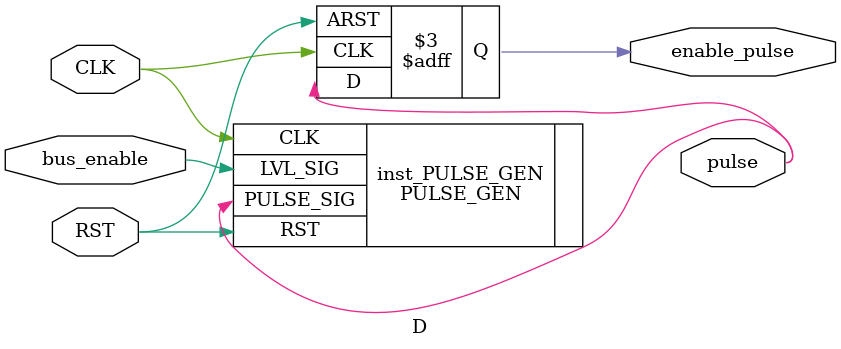
<source format=v>
module D
  ( input   wire    CLK             ,
    input   wire    RST             ,
    input   wire    bus_enable      ,
    output  wire    pulse           ,
    output  reg     enable_pulse    );

    // enable shifting
    PULSE_GEN  inst_PULSE_GEN (
      .CLK(CLK)       ,   
      .RST(RST)       ,  
      .LVL_SIG(bus_enable)   ,  
      .PULSE_SIG(pulse) );
    
    // passing the enable pulse
    always @(negedge RST or posedge CLK)
    begin
      if(!RST)
        enable_pulse <= 1'b0;
      else
        enable_pulse <= pulse;
    end
    
    
endmodule

</source>
